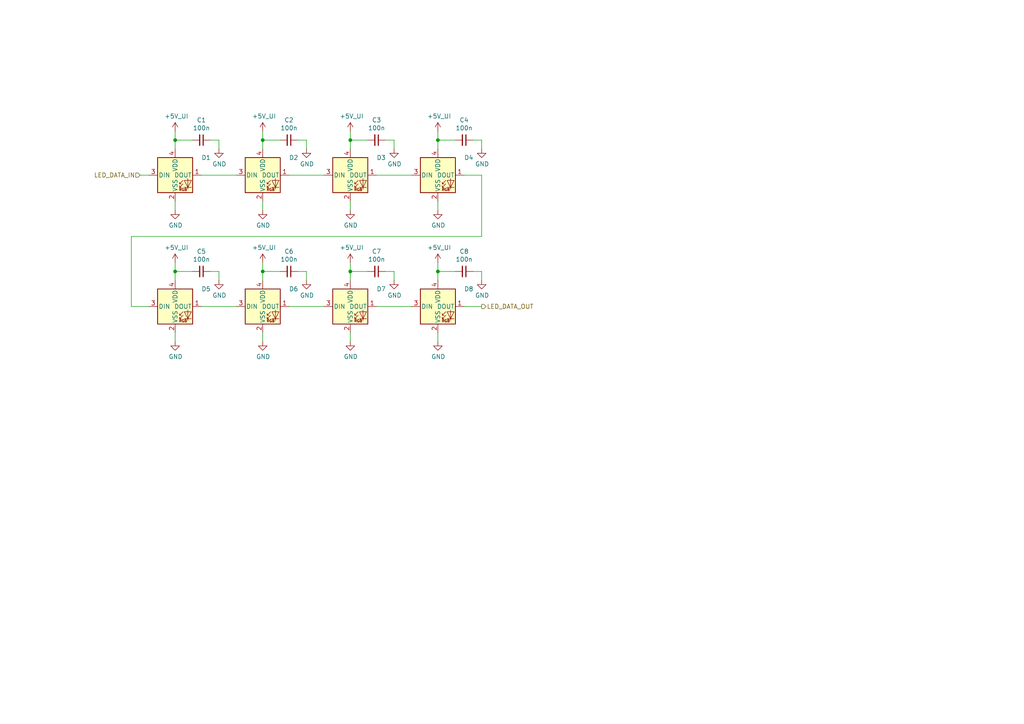
<source format=kicad_sch>
(kicad_sch (version 20211123) (generator eeschema)
  (paper "A4")
  (lib_symbols
    (symbol "power:GND" (power) (pin_names (offset 0))
      (property "Value" "GND" (at 0 -3.81 0))
      (symbol "GND_0_1"
        (polyline (pts (xy 0 0) (xy 0 -1.27) (xy 1.27 -1.27) (xy 0 -2.54) (xy -1.27 -1.27) (xy 0 -1.27)))
      )
      (symbol "GND_1_1"
        (pin power_in line (at 0 0 270) (length 0) hide (name "GND") (number "1"))
      )
    )
    (symbol "suku_basics:+5V_UI" (power) (pin_names (offset 0))
      (property "Value" "+5V_UI" (at 0 3.556 0))
      (symbol "+5V_UI_0_1"
        (polyline (pts (xy -0.762 1.27) (xy 0 2.54)))
        (polyline (pts (xy 0 0) (xy 0 2.54)))
        (polyline (pts (xy 0 2.54) (xy 0.762 1.27)))
      )
      (symbol "+5V_UI_1_1"
        (pin power_in line (at 0 0 90) (length 0) hide (name "+5V_UI") (number "1"))
      )
    )
    (symbol "suku_basics:CAP" (pin_numbers hide) (pin_names (offset 0.254) hide)
      (property "Reference" "C" (at 0.254 1.778 0))
      (property "Value" "CAP" (at 0.254 -2.032 0))
      (symbol "CAP_0_1"
        (polyline (pts (xy -1.524 -0.508) (xy 1.524 -0.508)) (stroke (width 0.3302)))
        (polyline (pts (xy -1.524 0.508) (xy 1.524 0.508)) (stroke (width 0.3048)))
      )
      (symbol "CAP_1_1"
        (pin passive line (at 0 2.54 270) (length 2.032) (name "~") (number "1"))
        (pin passive line (at 0 -2.54 90) (length 2.032) (name "~") (number "2"))
      )
    )
    (symbol "suku_basics:UI_WS2812C-2020" (pin_names (offset 0.254))
      (property "Reference" "D" (at 5.08 5.715 0))
      (property "Value" "UI_WS2812C-2020" (at 1.27 -5.715 0))
      (symbol "UI_WS2812C-2020_0_0"
        (text "RGB" (at 2.286 -4.191 0) (effects (font (size 0.762 0.762))))
      )
      (symbol "UI_WS2812C-2020_0_1"
        (polyline (pts (xy 1.27 -3.556) (xy 1.778 -3.556)))
        (polyline (pts (xy 1.27 -2.54) (xy 1.778 -2.54)))
        (polyline (pts (xy 4.699 -3.556) (xy 2.667 -3.556)))
        (polyline (pts (xy 2.286 -2.54) (xy 1.27 -3.556) (xy 1.27 -3.048)))
        (polyline (pts (xy 2.286 -1.524) (xy 1.27 -2.54) (xy 1.27 -2.032)))
        (polyline (pts (xy 3.683 -1.016) (xy 3.683 -3.556) (xy 3.683 -4.064)))
        (polyline (pts (xy 4.699 -1.524) (xy 2.667 -1.524) (xy 3.683 -3.556) (xy 4.699 -1.524)))
        (rectangle (start 5.08 5.08) (end -5.08 -5.08) (stroke (width 0.254)) (fill (type background)))
      )
      (symbol "UI_WS2812C-2020_1_1"
        (pin output line (at 7.62 0 180) (length 2.54) (name "DOUT") (number "1"))
        (pin power_in line (at 0 -7.62 90) (length 2.54) (name "VSS") (number "2"))
        (pin input line (at -7.62 0 0) (length 2.54) (name "DIN") (number "3"))
        (pin power_in line (at 0 7.62 270) (length 2.54) (name "VDD") (number "4"))
      )
    )
  )
  (junction (at 127 40.64))
  (junction (at 76.2 40.64))
  (junction (at 50.8 78.74))
  (junction (at 101.6 40.64))
  (junction (at 101.6 78.74))
  (junction (at 76.2 78.74))
  (junction (at 50.8 40.64))
  (junction (at 127 78.74))
  (wire (pts (xy 38.1 68.58) (xy 38.1 88.9)))
  (wire (pts (xy 63.5 78.74) (xy 60.96 78.74)))
  (wire (pts (xy 63.5 81.28) (xy 63.5 78.74)))
  (wire (pts (xy 101.6 81.28) (xy 101.6 78.74)))
  (wire (pts (xy 50.8 40.64) (xy 55.88 40.64)))
  (wire (pts (xy 114.3 81.28) (xy 114.3 78.74)))
  (wire (pts (xy 50.8 78.74) (xy 55.88 78.74)))
  (wire (pts (xy 50.8 76.2) (xy 50.8 78.74)))
  (wire (pts (xy 127 38.1) (xy 127 40.64)))
  (wire (pts (xy 101.6 38.1) (xy 101.6 40.64)))
  (wire (pts (xy 88.9 43.18) (xy 88.9 40.64)))
  (wire (pts (xy 81.28 40.64) (xy 76.2 40.64)))
  (wire (pts (xy 127 76.2) (xy 127 78.74)))
  (wire (pts (xy 101.6 99.06) (xy 101.6 96.52)))
  (wire (pts (xy 88.9 78.74) (xy 86.36 78.74)))
  (wire (pts (xy 101.6 43.18) (xy 101.6 40.64)))
  (wire (pts (xy 139.7 43.18) (xy 139.7 40.64)))
  (wire (pts (xy 101.6 60.96) (xy 101.6 58.42)))
  (wire (pts (xy 139.7 68.58) (xy 38.1 68.58)))
  (wire (pts (xy 127 43.18) (xy 127 40.64)))
  (wire (pts (xy 134.62 50.8) (xy 139.7 50.8)))
  (wire (pts (xy 114.3 78.74) (xy 111.76 78.74)))
  (wire (pts (xy 58.42 50.8) (xy 68.58 50.8)))
  (wire (pts (xy 139.7 40.64) (xy 137.16 40.64)))
  (wire (pts (xy 106.68 78.74) (xy 101.6 78.74)))
  (wire (pts (xy 50.8 99.06) (xy 50.8 96.52)))
  (wire (pts (xy 106.68 40.64) (xy 101.6 40.64)))
  (wire (pts (xy 50.8 38.1) (xy 50.8 40.64)))
  (wire (pts (xy 139.7 50.8) (xy 139.7 68.58)))
  (wire (pts (xy 114.3 40.64) (xy 111.76 40.64)))
  (wire (pts (xy 83.82 50.8) (xy 93.98 50.8)))
  (wire (pts (xy 50.8 60.96) (xy 50.8 58.42)))
  (wire (pts (xy 139.7 81.28) (xy 139.7 78.74)))
  (wire (pts (xy 127 81.28) (xy 127 78.74)))
  (wire (pts (xy 63.5 43.18) (xy 63.5 40.64)))
  (wire (pts (xy 132.08 78.74) (xy 127 78.74)))
  (wire (pts (xy 58.42 88.9) (xy 68.58 88.9)))
  (wire (pts (xy 132.08 40.64) (xy 127 40.64)))
  (wire (pts (xy 76.2 81.28) (xy 76.2 78.74)))
  (wire (pts (xy 88.9 81.28) (xy 88.9 78.74)))
  (wire (pts (xy 76.2 99.06) (xy 76.2 96.52)))
  (wire (pts (xy 76.2 38.1) (xy 76.2 40.64)))
  (wire (pts (xy 114.3 43.18) (xy 114.3 40.64)))
  (wire (pts (xy 81.28 78.74) (xy 76.2 78.74)))
  (wire (pts (xy 50.8 81.28) (xy 50.8 78.74)))
  (wire (pts (xy 40.64 50.8) (xy 43.18 50.8)))
  (wire (pts (xy 63.5 40.64) (xy 60.96 40.64)))
  (wire (pts (xy 76.2 60.96) (xy 76.2 58.42)))
  (wire (pts (xy 83.82 88.9) (xy 93.98 88.9)))
  (wire (pts (xy 76.2 43.18) (xy 76.2 40.64)))
  (wire (pts (xy 109.22 50.8) (xy 119.38 50.8)))
  (wire (pts (xy 139.7 78.74) (xy 137.16 78.74)))
  (wire (pts (xy 76.2 76.2) (xy 76.2 78.74)))
  (wire (pts (xy 127 60.96) (xy 127 58.42)))
  (wire (pts (xy 134.62 88.9) (xy 139.7 88.9)))
  (wire (pts (xy 50.8 43.18) (xy 50.8 40.64)))
  (wire (pts (xy 127 99.06) (xy 127 96.52)))
  (wire (pts (xy 101.6 76.2) (xy 101.6 78.74)))
  (wire (pts (xy 88.9 40.64) (xy 86.36 40.64)))
  (wire (pts (xy 38.1 88.9) (xy 43.18 88.9)))
  (wire (pts (xy 109.22 88.9) (xy 119.38 88.9)))
  (hierarchical_label "LED_DATA_IN" (shape input) (at 40.64 50.8 180))
  (hierarchical_label "LED_DATA_OUT" (shape output) (at 139.7 88.9 0))
  (symbol (lib_id "suku_basics:UI_WS2812C-2020") (at 50.8 50.8 0) (unit 1)
    (property "Reference" "D1" (at 58.42 45.72 0) (effects (justify left)))
    (property "Value" "WS2812C-2020" (effects hide))
    (property "Footprint" "suku_basics:UI_WS2812C-2020" (effects hide))
  )
  (symbol (lib_id "power:GND") (at 50.8 60.96 0) (unit 1)
    (property "Reference" "#PWR09" (effects hide))
    (property "Value" "GND" (at 50.927 65.3542 0))
  )
  (symbol (lib_id "suku_basics:UI_WS2812C-2020") (at 76.2 50.8 0) (unit 1)
    (property "Reference" "D2" (at 83.82 45.72 0) (effects (justify left)))
    (property "Value" "WS2812C-2020" (effects hide))
    (property "Footprint" "suku_basics:UI_WS2812C-2020" (effects hide))
  )
  (symbol (lib_id "power:GND") (at 76.2 60.96 0) (unit 1)
    (property "Reference" "#PWR010" (effects hide))
    (property "Value" "GND" (at 76.327 65.3542 0))
  )
  (symbol (lib_id "suku_basics:UI_WS2812C-2020") (at 101.6 50.8 0) (unit 1)
    (property "Reference" "D3" (at 109.22 45.72 0) (effects (justify left)))
    (property "Value" "WS2812C-2020" (effects hide))
    (property "Footprint" "suku_basics:UI_WS2812C-2020" (effects hide))
  )
  (symbol (lib_id "power:GND") (at 101.6 60.96 0) (unit 1)
    (property "Reference" "#PWR011" (effects hide))
    (property "Value" "GND" (at 101.727 65.3542 0))
  )
  (symbol (lib_id "suku_basics:UI_WS2812C-2020") (at 127 50.8 0) (unit 1)
    (property "Reference" "D4" (at 134.62 45.72 0) (effects (justify left)))
    (property "Value" "WS2812C-2020" (effects hide))
    (property "Footprint" "suku_basics:UI_WS2812C-2020" (effects hide))
  )
  (symbol (lib_id "power:GND") (at 127 60.96 0) (unit 1)
    (property "Reference" "#PWR012" (effects hide))
    (property "Value" "GND" (at 127.127 65.3542 0))
  )
  (symbol (lib_id "suku_basics:CAP") (at 58.42 40.64 270) (unit 1)
    (property "Reference" "C1" (at 58.42 34.8234 90))
    (property "Value" "100n" (at 58.42 37.1348 90))
    (property "Footprint" "suku_basics:CAP_0805" (effects hide))
  )
  (symbol (lib_id "power:GND") (at 63.5 43.18 0) (unit 1)
    (property "Reference" "#PWR05" (effects hide))
    (property "Value" "GND" (at 63.627 47.5742 0))
  )
  (symbol (lib_id "suku_basics:CAP") (at 83.82 40.64 270) (unit 1)
    (property "Reference" "C2" (at 83.82 34.8234 90))
    (property "Value" "100n" (at 83.82 37.1348 90))
    (property "Footprint" "suku_basics:CAP_0805" (effects hide))
  )
  (symbol (lib_id "power:GND") (at 88.9 43.18 0) (unit 1)
    (property "Reference" "#PWR06" (effects hide))
    (property "Value" "GND" (at 89.027 47.5742 0))
  )
  (symbol (lib_id "suku_basics:CAP") (at 109.22 40.64 270) (unit 1)
    (property "Reference" "C3" (at 109.22 34.8234 90))
    (property "Value" "100n" (at 109.22 37.1348 90))
    (property "Footprint" "suku_basics:CAP_0805" (effects hide))
  )
  (symbol (lib_id "power:GND") (at 114.3 43.18 0) (unit 1)
    (property "Reference" "#PWR07" (effects hide))
    (property "Value" "GND" (at 114.427 47.5742 0))
  )
  (symbol (lib_id "suku_basics:CAP") (at 134.62 40.64 270) (unit 1)
    (property "Reference" "C4" (at 134.62 34.8234 90))
    (property "Value" "100n" (at 134.62 37.1348 90))
    (property "Footprint" "suku_basics:CAP_0805" (effects hide))
  )
  (symbol (lib_id "power:GND") (at 139.7 43.18 0) (unit 1)
    (property "Reference" "#PWR08" (effects hide))
    (property "Value" "GND" (at 139.827 47.5742 0))
  )
  (symbol (lib_id "suku_basics:UI_WS2812C-2020") (at 50.8 88.9 0) (unit 1)
    (property "Reference" "D5" (at 58.42 83.82 0) (effects (justify left)))
    (property "Value" "WS2812C-2020" (effects hide))
    (property "Footprint" "suku_basics:UI_WS2812C-2020" (effects hide))
  )
  (symbol (lib_id "power:GND") (at 50.8 99.06 0) (unit 1)
    (property "Reference" "#PWR021" (effects hide))
    (property "Value" "GND" (at 50.927 103.4542 0))
  )
  (symbol (lib_id "suku_basics:UI_WS2812C-2020") (at 76.2 88.9 0) (unit 1)
    (property "Reference" "D6" (at 83.82 83.82 0) (effects (justify left)))
    (property "Value" "WS2812C-2020" (effects hide))
    (property "Footprint" "suku_basics:UI_WS2812C-2020" (effects hide))
  )
  (symbol (lib_id "power:GND") (at 76.2 99.06 0) (unit 1)
    (property "Reference" "#PWR022" (effects hide))
    (property "Value" "GND" (at 76.327 103.4542 0))
  )
  (symbol (lib_id "suku_basics:UI_WS2812C-2020") (at 101.6 88.9 0) (unit 1)
    (property "Reference" "D7" (at 109.22 83.82 0) (effects (justify left)))
    (property "Value" "WS2812C-2020" (effects hide))
    (property "Footprint" "suku_basics:UI_WS2812C-2020" (effects hide))
  )
  (symbol (lib_id "power:GND") (at 101.6 99.06 0) (unit 1)
    (property "Reference" "#PWR023" (effects hide))
    (property "Value" "GND" (at 101.727 103.4542 0))
  )
  (symbol (lib_id "suku_basics:UI_WS2812C-2020") (at 127 88.9 0) (unit 1)
    (property "Reference" "D8" (at 134.62 83.82 0) (effects (justify left)))
    (property "Value" "WS2812C-2020" (effects hide))
    (property "Footprint" "suku_basics:UI_WS2812C-2020" (effects hide))
  )
  (symbol (lib_id "power:GND") (at 127 99.06 0) (unit 1)
    (property "Reference" "#PWR024" (effects hide))
    (property "Value" "GND" (at 127.127 103.4542 0))
  )
  (symbol (lib_id "suku_basics:CAP") (at 58.42 78.74 270) (unit 1)
    (property "Reference" "C5" (at 58.42 72.9234 90))
    (property "Value" "100n" (at 58.42 75.2348 90))
    (property "Footprint" "suku_basics:CAP_0805" (effects hide))
  )
  (symbol (lib_id "power:GND") (at 63.5 81.28 0) (unit 1)
    (property "Reference" "#PWR017" (effects hide))
    (property "Value" "GND" (at 63.627 85.6742 0))
  )
  (symbol (lib_id "suku_basics:CAP") (at 83.82 78.74 270) (unit 1)
    (property "Reference" "C6" (at 83.82 72.9234 90))
    (property "Value" "100n" (at 83.82 75.2348 90))
    (property "Footprint" "suku_basics:CAP_0805" (effects hide))
  )
  (symbol (lib_id "power:GND") (at 88.9 81.28 0) (unit 1)
    (property "Reference" "#PWR018" (effects hide))
    (property "Value" "GND" (at 89.027 85.6742 0))
  )
  (symbol (lib_id "suku_basics:CAP") (at 109.22 78.74 270) (unit 1)
    (property "Reference" "C7" (at 109.22 72.9234 90))
    (property "Value" "100n" (at 109.22 75.2348 90))
    (property "Footprint" "suku_basics:CAP_0805" (effects hide))
  )
  (symbol (lib_id "power:GND") (at 114.3 81.28 0) (unit 1)
    (property "Reference" "#PWR019" (effects hide))
    (property "Value" "GND" (at 114.427 85.6742 0))
  )
  (symbol (lib_id "suku_basics:CAP") (at 134.62 78.74 270) (unit 1)
    (property "Reference" "C8" (at 134.62 72.9234 90))
    (property "Value" "100n" (at 134.62 75.2348 90))
    (property "Footprint" "suku_basics:CAP_0805" (effects hide))
  )
  (symbol (lib_id "power:GND") (at 139.7 81.28 0) (unit 1)
    (property "Reference" "#PWR020" (effects hide))
    (property "Value" "GND" (at 139.827 85.6742 0))
  )
  (symbol (lib_id "suku_basics:+5V_UI") (at 50.8 38.1 0) (unit 1)
    (property "Reference" "#PWR0350" (effects hide))
    (property "Value" "+5V_UI" (at 51.181 33.7058 0))
  )
  (symbol (lib_id "suku_basics:+5V_UI") (at 76.2 38.1 0) (unit 1)
    (property "Reference" "#PWR0351" (effects hide))
    (property "Value" "+5V_UI" (at 76.581 33.7058 0))
  )
  (symbol (lib_id "suku_basics:+5V_UI") (at 101.6 38.1 0) (unit 1)
    (property "Reference" "#PWR0352" (effects hide))
    (property "Value" "+5V_UI" (at 101.981 33.7058 0))
  )
  (symbol (lib_id "suku_basics:+5V_UI") (at 127 38.1 0) (unit 1)
    (property "Reference" "#PWR0353" (effects hide))
    (property "Value" "+5V_UI" (at 127.381 33.7058 0))
  )
  (symbol (lib_id "suku_basics:+5V_UI") (at 50.8 76.2 0) (unit 1)
    (property "Reference" "#PWR0354" (effects hide))
    (property "Value" "+5V_UI" (at 51.181 71.8058 0))
  )
  (symbol (lib_id "suku_basics:+5V_UI") (at 76.2 76.2 0) (unit 1)
    (property "Reference" "#PWR0355" (effects hide))
    (property "Value" "+5V_UI" (at 76.581 71.8058 0))
  )
  (symbol (lib_id "suku_basics:+5V_UI") (at 101.6 76.2 0) (unit 1)
    (property "Reference" "#PWR0356" (effects hide))
    (property "Value" "+5V_UI" (at 101.981 71.8058 0))
  )
  (symbol (lib_id "suku_basics:+5V_UI") (at 127 76.2 0) (unit 1)
    (property "Reference" "#PWR0357" (effects hide))
    (property "Value" "+5V_UI" (at 127.381 71.8058 0))
  )
)
</source>
